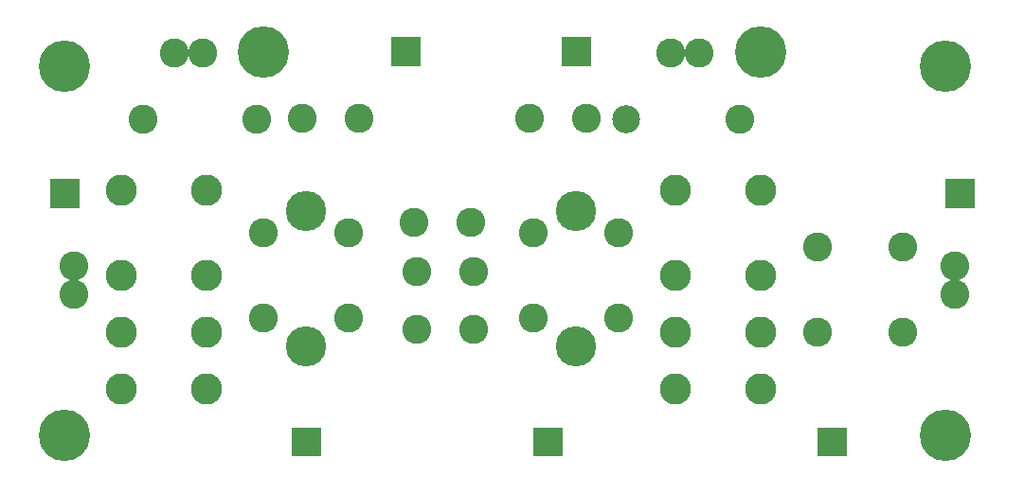
<source format=gbr>
%FSLAX34Y34*%
%MOMM*%
%LNSOLDERMASK_TOP*%
G71*
G01*
%ADD10C,2.500*%
%ADD11C,2.800*%
%ADD12C,2.600*%
%ADD13C,2.600*%
%ADD14C,3.600*%
%ADD15C,4.600*%
%LPD*%
X196850Y314400D02*
G54D10*
D03*
X95250Y314400D02*
G54D10*
D03*
X76200Y250899D02*
G54D11*
D03*
X152400Y250899D02*
G54D11*
D03*
X76200Y174699D02*
G54D11*
D03*
X76200Y123899D02*
G54D11*
D03*
X76200Y73099D02*
G54D11*
D03*
X152400Y174699D02*
G54D11*
D03*
X152400Y123899D02*
G54D11*
D03*
X152400Y73099D02*
G54D11*
D03*
X388391Y221571D02*
G54D12*
D03*
X337410Y221459D02*
G54D12*
D03*
X340027Y177473D02*
G54D12*
D03*
X340140Y126492D02*
G54D12*
D03*
X390827Y177473D02*
G54D12*
D03*
X390940Y126492D02*
G54D12*
D03*
X571500Y250899D02*
G54D11*
D03*
X647700Y250900D02*
G54D11*
D03*
X571500Y174700D02*
G54D11*
D03*
X571500Y123900D02*
G54D11*
D03*
X571500Y73100D02*
G54D11*
D03*
X647700Y174700D02*
G54D11*
D03*
X647700Y123900D02*
G54D11*
D03*
X647700Y73100D02*
G54D11*
D03*
X288760Y315225D02*
G54D12*
D03*
X237780Y315113D02*
G54D12*
D03*
X340140Y126492D02*
G54D13*
D03*
X390940Y126492D02*
G54D13*
D03*
X628650Y314400D02*
G54D10*
D03*
X527050Y314400D02*
G54D10*
D03*
X491960Y315225D02*
G54D12*
D03*
X440980Y315113D02*
G54D12*
D03*
X592767Y373347D02*
G54D12*
D03*
X567267Y373347D02*
G54D12*
D03*
X123009Y373322D02*
G54D12*
D03*
X148509Y373322D02*
G54D12*
D03*
X821426Y182763D02*
G54D12*
D03*
X821426Y157264D02*
G54D12*
D03*
X34026Y182763D02*
G54D12*
D03*
X34026Y157264D02*
G54D12*
D03*
X698500Y200100D02*
G54D12*
D03*
X698500Y123900D02*
G54D12*
D03*
X95250Y314400D02*
G54D12*
D03*
X196850Y314400D02*
G54D12*
D03*
X774700Y123900D02*
G54D12*
D03*
X774700Y200100D02*
G54D12*
D03*
X152400Y250899D02*
G54D13*
D03*
X647700Y250900D02*
G54D13*
D03*
X774700Y123900D02*
G54D13*
D03*
X774700Y200100D02*
G54D13*
D03*
X196850Y314400D02*
G54D13*
D03*
X288760Y315225D02*
G54D13*
D03*
X628650Y314400D02*
G54D13*
D03*
X440980Y315113D02*
G54D13*
D03*
X203200Y212800D02*
G54D12*
D03*
X203200Y136600D02*
G54D12*
D03*
X279400Y212800D02*
G54D12*
D03*
X203200Y212800D02*
G54D12*
D03*
X279400Y212800D02*
G54D12*
D03*
X279400Y136600D02*
G54D12*
D03*
X241300Y231850D02*
G54D14*
D03*
X241300Y111200D02*
G54D14*
D03*
X444500Y212800D02*
G54D12*
D03*
X444500Y136600D02*
G54D12*
D03*
X520700Y212800D02*
G54D12*
D03*
X444500Y212800D02*
G54D12*
D03*
X520700Y212800D02*
G54D12*
D03*
X520700Y136600D02*
G54D12*
D03*
X203200Y136600D02*
G54D13*
D03*
X279400Y136600D02*
G54D13*
D03*
X444500Y136600D02*
G54D13*
D03*
X520700Y136600D02*
G54D13*
D03*
X482600Y231850D02*
G54D14*
D03*
X482600Y111200D02*
G54D14*
D03*
X241300Y111200D02*
G54D14*
D03*
X482600Y111200D02*
G54D14*
D03*
X482600Y231850D02*
G54D14*
D03*
G36*
X228300Y38350D02*
X254300Y38350D01*
X254300Y12350D01*
X228300Y12350D01*
X228300Y38350D01*
G37*
X25400Y31700D02*
G54D15*
D03*
G36*
X444200Y38350D02*
X470200Y38350D01*
X470200Y12350D01*
X444200Y12350D01*
X444200Y38350D01*
G37*
X812800Y31700D02*
G54D15*
D03*
X25400Y361900D02*
G54D15*
D03*
X812800Y361900D02*
G54D15*
D03*
G36*
X317200Y387600D02*
X343200Y387600D01*
X343200Y361600D01*
X317200Y361600D01*
X317200Y387600D01*
G37*
G36*
X469600Y387600D02*
X495600Y387600D01*
X495600Y361600D01*
X469600Y361600D01*
X469600Y387600D01*
G37*
G36*
X698200Y38350D02*
X724200Y38350D01*
X724200Y12350D01*
X698200Y12350D01*
X698200Y38350D01*
G37*
X647700Y374600D02*
G54D15*
D03*
X203200Y374600D02*
G54D15*
D03*
G36*
X812500Y260600D02*
X838500Y260600D01*
X838500Y234600D01*
X812500Y234600D01*
X812500Y260600D01*
G37*
G36*
X12400Y260600D02*
X38400Y260600D01*
X38400Y234600D01*
X12400Y234600D01*
X12400Y260600D01*
G37*
M02*

</source>
